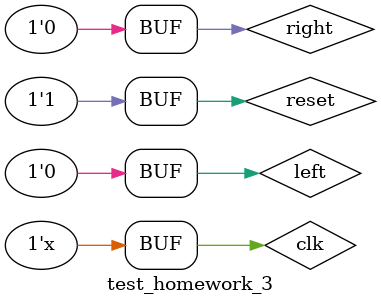
<source format=sv>
`timescale 1ms/1us // time unit / compiler time precision 

module test_homework_3();

// set up variables 
reg clk, reset, left, right;

// output variables
wire la, lb, lc, ra, rb, rc;

// module under test 
Homework_3 H3(
	.clk(clk),
	.reset(reset),
	.left(left),
	.right(right),
	.la(la),
	.lb(lb),
	.lc(lc),
	.ra(ra),
	.rb(rb),
	.rc(rc)
);

// Init Clock of period (10*TimeUnit)/2
always #500 clk = ~clk;

initial 
	begin 
		clk = 1'b0;
		left = 1'b0;
		right = 1'b0;
		
		// start with state S0 
		reset = 1'b1;
		#1200
		
		// turn left
		reset = 1'b0;
		left = 1'b1;
		#1000
		left = 1'b0;
		#1000
		
		// turn right
		right = 1'b1;
		#1000
		right = 1'b0;
		#1000
		
		// turn both direction
		left = 1'b1;
		right = 1'b1;
		#1500
		
		// quit left so should turn on only right
		left = 1'b0;
		#1100
		
		// resetting mid turning signal
		reset = 1'b1;
		#1200
		right = 1'b0;
		#1200;
	end
endmodule 
		
		
		
		
		
		
		

	
</source>
